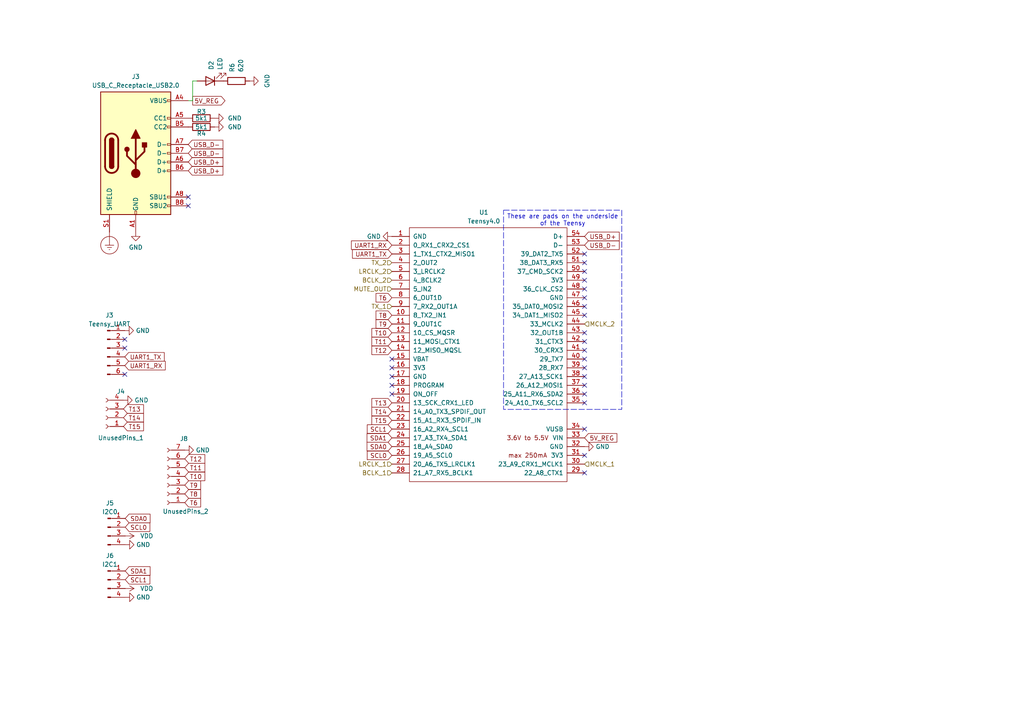
<source format=kicad_sch>
(kicad_sch (version 20230121) (generator eeschema)
  (paper "A4")
  (lib_symbols
    (symbol "Connector:Conn_01x04_Pin" (pin_names (offset 1.016) hide)
      (property "Reference" "J" (at 0 5.08 0))
      (property "Value" "Conn_01x04_Pin" (at 0 -7.62 0))
      (symbol "Conn_01x04_Pin_1_1"
        (polyline (pts (xy 1.27 -5.08) (xy 0.8636 -5.08)) (stroke (width 0.1524)))
        (polyline (pts (xy 1.27 -2.54) (xy 0.8636 -2.54)) (stroke (width 0.1524)))
        (polyline (pts (xy 1.27 0) (xy 0.8636 0)) (stroke (width 0.1524)))
        (polyline (pts (xy 1.27 2.54) (xy 0.8636 2.54)) (stroke (width 0.1524)))
        (rectangle (start 0.8636 -4.953) (end 0 -5.207) (stroke (width 0.1524)) (fill (type outline)))
        (rectangle (start 0.8636 -2.413) (end 0 -2.667) (stroke (width 0.1524)) (fill (type outline)))
        (rectangle (start 0.8636 0.127) (end 0 -0.127) (stroke (width 0.1524)) (fill (type outline)))
        (rectangle (start 0.8636 2.667) (end 0 2.413) (stroke (width 0.1524)) (fill (type outline)))
        (pin passive line (at 5.08 2.54 180) (length 3.81) (name "Pin_1") (number "1"))
        (pin passive line (at 5.08 0 180) (length 3.81) (name "Pin_2") (number "2"))
        (pin passive line (at 5.08 -2.54 180) (length 3.81) (name "Pin_3") (number "3"))
        (pin passive line (at 5.08 -5.08 180) (length 3.81) (name "Pin_4") (number "4"))
      )
    )
    (symbol "Connector:Conn_01x04_Socket" (pin_names (offset 1.016) hide)
      (property "Reference" "J" (at 0 5.08 0))
      (property "Value" "Conn_01x04_Socket" (at 0 -7.62 0))
      (symbol "Conn_01x04_Socket_1_1"
        (arc (start 0 -4.572) (mid -0.5058 -5.08) (end 0 -5.588) (stroke (width 0.1524)))
        (arc (start 0 -2.032) (mid -0.5058 -2.54) (end 0 -3.048) (stroke (width 0.1524)))
        (polyline (pts (xy -1.27 -5.08) (xy -0.508 -5.08)) (stroke (width 0.1524)))
        (polyline (pts (xy -1.27 -2.54) (xy -0.508 -2.54)) (stroke (width 0.1524)))
        (polyline (pts (xy -1.27 0) (xy -0.508 0)) (stroke (width 0.1524)))
        (polyline (pts (xy -1.27 2.54) (xy -0.508 2.54)) (stroke (width 0.1524)))
        (arc (start 0 0.508) (mid -0.5058 0) (end 0 -0.508) (stroke (width 0.1524)))
        (arc (start 0 3.048) (mid -0.5058 2.54) (end 0 2.032) (stroke (width 0.1524)))
        (pin passive line (at -5.08 2.54 0) (length 3.81) (name "Pin_1") (number "1"))
        (pin passive line (at -5.08 0 0) (length 3.81) (name "Pin_2") (number "2"))
        (pin passive line (at -5.08 -2.54 0) (length 3.81) (name "Pin_3") (number "3"))
        (pin passive line (at -5.08 -5.08 0) (length 3.81) (name "Pin_4") (number "4"))
      )
    )
    (symbol "Connector:Conn_01x06_Pin" (pin_names (offset 1.016) hide)
      (property "Reference" "J" (at 0 7.62 0))
      (property "Value" "Conn_01x06_Pin" (at 0 -10.16 0))
      (symbol "Conn_01x06_Pin_1_1"
        (polyline (pts (xy 1.27 -7.62) (xy 0.8636 -7.62)) (stroke (width 0.1524)))
        (polyline (pts (xy 1.27 -5.08) (xy 0.8636 -5.08)) (stroke (width 0.1524)))
        (polyline (pts (xy 1.27 -2.54) (xy 0.8636 -2.54)) (stroke (width 0.1524)))
        (polyline (pts (xy 1.27 0) (xy 0.8636 0)) (stroke (width 0.1524)))
        (polyline (pts (xy 1.27 2.54) (xy 0.8636 2.54)) (stroke (width 0.1524)))
        (polyline (pts (xy 1.27 5.08) (xy 0.8636 5.08)) (stroke (width 0.1524)))
        (rectangle (start 0.8636 -7.493) (end 0 -7.747) (stroke (width 0.1524)) (fill (type outline)))
        (rectangle (start 0.8636 -4.953) (end 0 -5.207) (stroke (width 0.1524)) (fill (type outline)))
        (rectangle (start 0.8636 -2.413) (end 0 -2.667) (stroke (width 0.1524)) (fill (type outline)))
        (rectangle (start 0.8636 0.127) (end 0 -0.127) (stroke (width 0.1524)) (fill (type outline)))
        (rectangle (start 0.8636 2.667) (end 0 2.413) (stroke (width 0.1524)) (fill (type outline)))
        (rectangle (start 0.8636 5.207) (end 0 4.953) (stroke (width 0.1524)) (fill (type outline)))
        (pin passive line (at 5.08 5.08 180) (length 3.81) (name "Pin_1") (number "1"))
        (pin passive line (at 5.08 2.54 180) (length 3.81) (name "Pin_2") (number "2"))
        (pin passive line (at 5.08 0 180) (length 3.81) (name "Pin_3") (number "3"))
        (pin passive line (at 5.08 -2.54 180) (length 3.81) (name "Pin_4") (number "4"))
        (pin passive line (at 5.08 -5.08 180) (length 3.81) (name "Pin_5") (number "5"))
        (pin passive line (at 5.08 -7.62 180) (length 3.81) (name "Pin_6") (number "6"))
      )
    )
    (symbol "Connector:Conn_01x07_Socket" (pin_names (offset 1.016) hide)
      (property "Reference" "J" (at 0 10.16 0))
      (property "Value" "Conn_01x07_Socket" (at 0 -10.16 0))
      (symbol "Conn_01x07_Socket_1_1"
        (arc (start 0 -7.112) (mid -0.5058 -7.62) (end 0 -8.128) (stroke (width 0.1524)))
        (arc (start 0 -4.572) (mid -0.5058 -5.08) (end 0 -5.588) (stroke (width 0.1524)))
        (arc (start 0 -2.032) (mid -0.5058 -2.54) (end 0 -3.048) (stroke (width 0.1524)))
        (polyline (pts (xy -1.27 -7.62) (xy -0.508 -7.62)) (stroke (width 0.1524)))
        (polyline (pts (xy -1.27 -5.08) (xy -0.508 -5.08)) (stroke (width 0.1524)))
        (polyline (pts (xy -1.27 -2.54) (xy -0.508 -2.54)) (stroke (width 0.1524)))
        (polyline (pts (xy -1.27 0) (xy -0.508 0)) (stroke (width 0.1524)))
        (polyline (pts (xy -1.27 2.54) (xy -0.508 2.54)) (stroke (width 0.1524)))
        (polyline (pts (xy -1.27 5.08) (xy -0.508 5.08)) (stroke (width 0.1524)))
        (polyline (pts (xy -1.27 7.62) (xy -0.508 7.62)) (stroke (width 0.1524)))
        (arc (start 0 0.508) (mid -0.5058 0) (end 0 -0.508) (stroke (width 0.1524)))
        (arc (start 0 3.048) (mid -0.5058 2.54) (end 0 2.032) (stroke (width 0.1524)))
        (arc (start 0 5.588) (mid -0.5058 5.08) (end 0 4.572) (stroke (width 0.1524)))
        (arc (start 0 8.128) (mid -0.5058 7.62) (end 0 7.112) (stroke (width 0.1524)))
        (pin passive line (at -5.08 7.62 0) (length 3.81) (name "Pin_1") (number "1"))
        (pin passive line (at -5.08 5.08 0) (length 3.81) (name "Pin_2") (number "2"))
        (pin passive line (at -5.08 2.54 0) (length 3.81) (name "Pin_3") (number "3"))
        (pin passive line (at -5.08 0 0) (length 3.81) (name "Pin_4") (number "4"))
        (pin passive line (at -5.08 -2.54 0) (length 3.81) (name "Pin_5") (number "5"))
        (pin passive line (at -5.08 -5.08 0) (length 3.81) (name "Pin_6") (number "6"))
        (pin passive line (at -5.08 -7.62 0) (length 3.81) (name "Pin_7") (number "7"))
      )
    )
    (symbol "Connector:USB_C_Receptacle_USB2.0" (pin_names (offset 1.016))
      (property "Reference" "J9" (at 0 22.225 0))
      (property "Value" "USB_C_Receptacle_USB2.0" (at 0 19.685 0))
      (symbol "USB_C_Receptacle_USB2.0_0_0"
        (rectangle (start -0.254 -17.78) (end 0.254 -16.764))
        (rectangle (start 10.16 -14.986) (end 9.144 -15.494))
        (rectangle (start 10.16 -12.446) (end 9.144 -12.954))
        (rectangle (start 10.16 -4.826) (end 9.144 -5.334))
        (rectangle (start 10.16 -2.286) (end 9.144 -2.794))
        (rectangle (start 10.16 0.254) (end 9.144 -0.254))
        (rectangle (start 10.16 2.794) (end 9.144 2.286))
        (rectangle (start 10.16 7.874) (end 9.144 7.366))
        (rectangle (start 10.16 10.414) (end 9.144 9.906))
        (rectangle (start 10.16 15.494) (end 9.144 14.986))
      )
      (symbol "USB_C_Receptacle_USB2.0_0_1"
        (rectangle (start -10.16 17.78) (end 10.16 -17.78) (stroke (width 0.254)) (fill (type background)))
        (arc (start -8.89 -3.81) (mid -6.985 -5.7067) (end -5.08 -3.81) (stroke (width 0.508)))
        (arc (start -7.62 -3.81) (mid -6.985 -4.4423) (end -6.35 -3.81) (stroke (width 0.254)))
        (arc (start -7.62 -3.81) (mid -6.985 -4.4423) (end -6.35 -3.81) (stroke (width 0.254)) (fill (type outline)))
        (rectangle (start -7.62 -3.81) (end -6.35 3.81) (stroke (width 0.254)) (fill (type outline)))
        (arc (start -6.35 3.81) (mid -6.985 4.4423) (end -7.62 3.81) (stroke (width 0.254)))
        (arc (start -6.35 3.81) (mid -6.985 4.4423) (end -7.62 3.81) (stroke (width 0.254)) (fill (type outline)))
        (arc (start -5.08 3.81) (mid -6.985 5.7067) (end -8.89 3.81) (stroke (width 0.508)))
        (circle (center -2.54 1.143) (radius 0.635) (stroke (width 0.254)) (fill (type outline)))
        (circle (center 0 -5.842) (radius 1.27) (fill (type outline)))
        (polyline (pts (xy -8.89 -3.81) (xy -8.89 3.81)) (stroke (width 0.508)))
        (polyline (pts (xy -5.08 3.81) (xy -5.08 -3.81)) (stroke (width 0.508)))
        (polyline (pts (xy 0 -5.842) (xy 0 4.318)) (stroke (width 0.508)))
        (polyline (pts (xy 0 -3.302) (xy -2.54 -0.762) (xy -2.54 0.508)) (stroke (width 0.508)))
        (polyline (pts (xy 0 -2.032) (xy 2.54 0.508) (xy 2.54 1.778)) (stroke (width 0.508)))
        (polyline (pts (xy -1.27 4.318) (xy 0 6.858) (xy 1.27 4.318) (xy -1.27 4.318)) (stroke (width 0.254)) (fill (type outline)))
        (rectangle (start 1.905 1.778) (end 3.175 3.048) (stroke (width 0.254)) (fill (type outline)))
      )
      (symbol "USB_C_Receptacle_USB2.0_1_1"
        (pin passive line (at 0 -22.86 90) (length 5.08) (name "GND") (number "A1"))
        (pin passive line (at 0 -22.86 90) (length 5.08) hide (name "GND") (number "A12"))
        (pin power_out line (at 15.24 15.24 180) (length 5.08) (name "VBUS") (number "A4"))
        (pin bidirectional line (at 15.24 10.16 180) (length 5.08) (name "CC1") (number "A5"))
        (pin bidirectional line (at 15.24 -2.54 180) (length 5.08) (name "D+") (number "A6"))
        (pin bidirectional line (at 15.24 2.54 180) (length 5.08) (name "D-") (number "A7"))
        (pin bidirectional line (at 15.24 -12.7 180) (length 5.08) (name "SBU1") (number "A8"))
        (pin passive line (at 15.24 15.24 180) (length 5.08) hide (name "VBUS") (number "A9"))
        (pin passive line (at 0 -22.86 90) (length 5.08) hide (name "GND") (number "B1"))
        (pin passive line (at 0 -22.86 90) (length 5.08) hide (name "GND") (number "B12"))
        (pin passive line (at 15.24 15.24 180) (length 5.08) hide (name "VBUS") (number "B4"))
        (pin bidirectional line (at 15.24 7.62 180) (length 5.08) (name "CC2") (number "B5"))
        (pin bidirectional line (at 15.24 -5.08 180) (length 5.08) (name "D+") (number "B6"))
        (pin bidirectional line (at 15.24 0 180) (length 5.08) (name "D-") (number "B7"))
        (pin bidirectional line (at 15.24 -15.24 180) (length 5.08) (name "SBU2") (number "B8"))
        (pin passive line (at 15.24 15.24 180) (length 5.08) hide (name "VBUS") (number "B9"))
        (pin passive line (at -7.62 -22.86 90) (length 5.08) (name "SHIELD") (number "S1"))
      )
    )
    (symbol "Device:LED" (pin_numbers hide) (pin_names (offset 1.016) hide)
      (property "Reference" "D" (at 0 2.54 0))
      (property "Value" "LED" (at 0 -2.54 0))
      (symbol "LED_0_1"
        (polyline (pts (xy -1.27 -1.27) (xy -1.27 1.27)) (stroke (width 0.254)))
        (polyline (pts (xy -1.27 0) (xy 1.27 0)))
        (polyline (pts (xy 1.27 -1.27) (xy 1.27 1.27) (xy -1.27 0) (xy 1.27 -1.27)) (stroke (width 0.254)))
        (polyline (pts (xy -3.048 -0.762) (xy -4.572 -2.286) (xy -3.81 -2.286) (xy -4.572 -2.286) (xy -4.572 -1.524)))
        (polyline (pts (xy -1.778 -0.762) (xy -3.302 -2.286) (xy -2.54 -2.286) (xy -3.302 -2.286) (xy -3.302 -1.524)))
      )
      (symbol "LED_1_1"
        (pin passive line (at -3.81 0 0) (length 2.54) (name "K") (number "1"))
        (pin passive line (at 3.81 0 180) (length 2.54) (name "A") (number "2"))
      )
    )
    (symbol "Device:R" (pin_numbers hide) (pin_names (offset 0))
      (property "Reference" "R" (at 2.032 0 90))
      (property "Value" "R" (at 0 0 90))
      (symbol "R_0_1"
        (rectangle (start -1.016 -2.54) (end 1.016 2.54) (stroke (width 0.254)))
      )
      (symbol "R_1_1"
        (pin passive line (at 0 3.81 270) (length 1.27) (name "~") (number "1"))
        (pin passive line (at 0 -3.81 90) (length 1.27) (name "~") (number "2"))
      )
    )
    (symbol "Teensy:Teensy4.0" (pin_names (offset 1.016))
      (property "Reference" "U" (at 0 39.37 0))
      (property "Value" "Teensy4.0" (at 0 -39.37 0))
      (symbol "Teensy4.0_0_0"
        (text "3.6V to 5.5V" (at 11.43 -24.13 0) (effects (font (size 1.27 1.27))))
        (text "max 250mA" (at 11.43 -29.21 0) (effects (font (size 1.27 1.27))))
        (pin bidirectional line (at -27.94 11.43 0) (length 5.08) (name "8_TX2_IN1") (number "10"))
        (pin bidirectional line (at -27.94 8.89 0) (length 5.08) (name "9_OUT1C") (number "11"))
        (pin bidirectional line (at -27.94 6.35 0) (length 5.08) (name "10_CS_MQSR") (number "12"))
        (pin bidirectional line (at -27.94 3.81 0) (length 5.08) (name "11_MOSI_CTX1") (number "13"))
        (pin bidirectional line (at -27.94 1.27 0) (length 5.08) (name "12_MISO_MQSL") (number "14"))
        (pin power_in line (at -27.94 -1.27 0) (length 5.08) (name "VBAT") (number "15"))
        (pin power_in line (at -27.94 -3.81 0) (length 5.08) (name "3V3") (number "16"))
        (pin power_in line (at -27.94 -6.35 0) (length 5.08) (name "GND") (number "17"))
        (pin input line (at -27.94 -8.89 0) (length 5.08) (name "PROGRAM") (number "18"))
        (pin input line (at -27.94 -11.43 0) (length 5.08) (name "ON_OFF") (number "19"))
        (pin bidirectional line (at -27.94 -13.97 0) (length 5.08) (name "13_SCK_CRX1_LED") (number "20"))
        (pin bidirectional line (at -27.94 -16.51 0) (length 5.08) (name "14_A0_TX3_SPDIF_OUT") (number "21"))
        (pin bidirectional line (at -27.94 -19.05 0) (length 5.08) (name "15_A1_RX3_SPDIF_IN") (number "22"))
        (pin bidirectional line (at -27.94 -21.59 0) (length 5.08) (name "16_A2_RX4_SCL1") (number "23"))
        (pin bidirectional line (at -27.94 -24.13 0) (length 5.08) (name "17_A3_TX4_SDA1") (number "24"))
        (pin bidirectional line (at -27.94 -26.67 0) (length 5.08) (name "18_A4_SDA0") (number "25"))
        (pin bidirectional line (at -27.94 -29.21 0) (length 5.08) (name "19_A5_SCL0") (number "26"))
        (pin bidirectional line (at -27.94 -31.75 0) (length 5.08) (name "20_A6_TX5_LRCLK1") (number "27"))
        (pin bidirectional line (at -27.94 -34.29 0) (length 5.08) (name "21_A7_RX5_BCLK1") (number "28"))
        (pin bidirectional line (at 27.94 -34.29 180) (length 5.08) (name "22_A8_CTX1") (number "29"))
        (pin bidirectional line (at 27.94 -31.75 180) (length 5.08) (name "23_A9_CRX1_MCLK1") (number "30"))
        (pin power_out line (at 27.94 -29.21 180) (length 5.08) (name "3V3") (number "31"))
        (pin power_in line (at 27.94 -26.67 180) (length 5.08) (name "GND") (number "32"))
        (pin power_in line (at 27.94 -24.13 180) (length 5.08) (name "VIN") (number "33"))
        (pin power_out line (at 27.94 -21.59 180) (length 5.08) (name "VUSB") (number "34"))
        (pin bidirectional line (at 27.94 -13.97 180) (length 5.08) (name "24_A10_TX6_SCL2") (number "35"))
        (pin bidirectional line (at 27.94 -11.43 180) (length 5.08) (name "25_A11_RX6_SDA2") (number "36"))
        (pin bidirectional line (at 27.94 -8.89 180) (length 5.08) (name "26_A12_MOSI1") (number "37"))
        (pin bidirectional line (at 27.94 -6.35 180) (length 5.08) (name "27_A13_SCK1") (number "38"))
        (pin bidirectional line (at 27.94 -3.81 180) (length 5.08) (name "28_RX7") (number "39"))
        (pin bidirectional line (at 27.94 -1.27 180) (length 5.08) (name "29_TX7") (number "40"))
        (pin bidirectional line (at 27.94 1.27 180) (length 5.08) (name "30_CRX3") (number "41"))
        (pin bidirectional line (at 27.94 3.81 180) (length 5.08) (name "31_CTX3") (number "42"))
        (pin bidirectional line (at 27.94 6.35 180) (length 5.08) (name "32_OUT1B") (number "43"))
        (pin bidirectional line (at 27.94 8.89 180) (length 5.08) (name "33_MCLK2") (number "44"))
        (pin bidirectional line (at 27.94 11.43 180) (length 5.08) (name "34_DAT1_MISO2") (number "45"))
        (pin bidirectional line (at 27.94 13.97 180) (length 5.08) (name "35_DAT0_MOSI2") (number "46"))
        (pin power_out line (at 27.94 16.51 180) (length 5.08) (name "GND") (number "47"))
        (pin bidirectional line (at 27.94 19.05 180) (length 5.08) (name "36_CLK_CS2") (number "48"))
        (pin power_out line (at 27.94 21.59 180) (length 5.08) (name "3V3") (number "49"))
        (pin bidirectional line (at -27.94 24.13 0) (length 5.08) (name "3_LRCLK2") (number "5"))
        (pin bidirectional line (at 27.94 24.13 180) (length 5.08) (name "37_CMD_SCK2") (number "50"))
        (pin bidirectional line (at 27.94 26.67 180) (length 5.08) (name "38_DAT3_RX5") (number "51"))
        (pin bidirectional line (at 27.94 29.21 180) (length 5.08) (name "39_DAT2_TX5") (number "52"))
        (pin bidirectional line (at 27.94 31.75 180) (length 5.08) (name "D-") (number "53"))
        (pin bidirectional line (at 27.94 34.29 180) (length 5.08) (name "D+") (number "54"))
        (pin bidirectional line (at -27.94 21.59 0) (length 5.08) (name "4_BCLK2") (number "6"))
        (pin bidirectional line (at -27.94 19.05 0) (length 5.08) (name "5_IN2") (number "7"))
        (pin bidirectional line (at -27.94 16.51 0) (length 5.08) (name "6_OUT1D") (number "8"))
        (pin bidirectional line (at -27.94 13.97 0) (length 5.08) (name "7_RX2_OUT1A") (number "9"))
      )
      (symbol "Teensy4.0_0_1"
        (rectangle (start -22.86 36.83) (end 22.86 -36.83))
        (rectangle (start -20.32 -31.75) (end -20.32 -31.75))
      )
      (symbol "Teensy4.0_1_1"
        (pin power_in line (at -27.94 34.29 0) (length 5.08) (name "GND") (number "1"))
        (pin bidirectional line (at -27.94 31.75 0) (length 5.08) (name "0_RX1_CRX2_CS1") (number "2"))
        (pin bidirectional line (at -27.94 29.21 0) (length 5.08) (name "1_TX1_CTX2_MISO1") (number "3"))
        (pin bidirectional line (at -27.94 26.67 0) (length 5.08) (name "2_OUT2") (number "4"))
      )
    )
    (symbol "power:Earth_Protective" (power) (pin_names (offset 0))
      (symbol "Earth_Protective_0_1"
        (circle (center 0 -3.81) (radius 2.54))
        (polyline (pts (xy -0.635 -4.445) (xy 0.635 -4.445)))
        (polyline (pts (xy -0.127 -5.08) (xy 0.127 -5.08)))
        (polyline (pts (xy 0 -3.81) (xy 0 0)))
        (polyline (pts (xy 1.27 -3.81) (xy -1.27 -3.81)))
      )
      (symbol "Earth_Protective_1_1"
        (pin power_in line (at 0 0 270) (length 0) hide (name "Earth_Protective") (number "1"))
      )
    )
    (symbol "power:GND" (power) (pin_names (offset 0))
      (property "Value" "GND" (at 0 -3.81 0))
      (symbol "GND_0_1"
        (polyline (pts (xy 0 0) (xy 0 -1.27) (xy 1.27 -1.27) (xy 0 -2.54) (xy -1.27 -1.27) (xy 0 -1.27)))
      )
      (symbol "GND_1_1"
        (pin power_in line (at 0 0 270) (length 0) hide (name "GND") (number "1"))
      )
    )
    (symbol "power:VDD" (power) (pin_names (offset 0))
      (property "Value" "VDD" (at 0 3.81 0))
      (symbol "VDD_0_1"
        (polyline (pts (xy -0.762 1.27) (xy 0 2.54)))
        (polyline (pts (xy 0 0) (xy 0 2.54)))
        (polyline (pts (xy 0 2.54) (xy 0.762 1.27)))
      )
      (symbol "VDD_1_1"
        (pin power_in line (at 0 0 90) (length 0) hide (name "VDD") (number "1"))
      )
    )
  )
  (no_connect (at 169.545 109.22))
  (no_connect (at 113.665 106.68))
  (no_connect (at 169.545 114.3))
  (no_connect (at 113.665 114.3))
  (no_connect (at 169.545 106.68))
  (no_connect (at 36.195 108.585))
  (no_connect (at 169.545 99.06))
  (no_connect (at 54.61 59.69))
  (no_connect (at 169.545 104.14))
  (no_connect (at 169.545 73.66))
  (no_connect (at 113.665 111.76))
  (no_connect (at 169.545 111.76))
  (no_connect (at 169.545 83.82))
  (no_connect (at 169.545 124.46))
  (no_connect (at 113.665 109.22))
  (no_connect (at 169.545 91.44))
  (no_connect (at 54.61 57.15))
  (no_connect (at 169.545 101.6))
  (no_connect (at 36.195 100.965))
  (no_connect (at 169.545 88.9))
  (no_connect (at 169.545 81.28))
  (no_connect (at 169.545 78.74))
  (no_connect (at 169.545 132.08))
  (no_connect (at 169.545 137.16))
  (no_connect (at 169.545 76.2))
  (no_connect (at 113.665 104.14))
  (no_connect (at 36.195 98.425))
  (no_connect (at 169.545 86.36))
  (no_connect (at 169.545 116.84))
  (no_connect (at 169.545 96.52))
  (wire (pts (xy 54.61 29.21) (xy 55.88 29.21)))
  (wire (pts (xy 55.88 23.495) (xy 55.88 29.21)))
  (wire (pts (xy 57.15 23.495) (xy 55.88 23.495)))
  (text_box "These are pads on the underside of the Teensy\n" (at 146.05 60.96 0) (size 34.29 57.785) (stroke (width 0) (type dash)) (effects (font (size 1.27 1.27)) (justify top)))
  (global_label "T13" (shape input) (at 35.814 118.618 0) (property "Intersheetrefs" "${INTERSHEET_REFS}" (effects hide)))
  (global_label "SCL0" (shape input) (at 36.322 152.908 0) (property "Intersheetrefs" "${INTERSHEET_REFS}" (effects hide)))
  (global_label "UART1_TX" (shape input) (at 113.665 73.66 180) (property "Intersheetrefs" "${INTERSHEET_REFS}" (effects hide)))
  (global_label "USB_D+" (shape input) (at 169.545 68.58 0) (property "Intersheetrefs" "${INTERSHEET_REFS}" (effects hide)))
  (global_label "T6" (shape input) (at 113.665 86.36 180) (property "Intersheetrefs" "${INTERSHEET_REFS}" (effects hide)))
  (global_label "5V_REG" (shape output) (at 55.88 29.21 0) (property "Intersheetrefs" "${INTERSHEET_REFS}" (effects hide)))
  (global_label "T6" (shape input) (at 53.594 145.796 0) (property "Intersheetrefs" "${INTERSHEET_REFS}" (effects hide)))
  (global_label "5V_REG" (shape input) (at 169.545 127 0) (property "Intersheetrefs" "${INTERSHEET_REFS}" (effects hide)))
  (global_label "SDA0" (shape input) (at 113.665 129.54 180) (property "Intersheetrefs" "${INTERSHEET_REFS}" (effects hide)))
  (global_label "USB_D-" (shape input) (at 54.61 44.45 0) (property "Intersheetrefs" "${INTERSHEET_REFS}" (effects hide)))
  (global_label "UART1_RX" (shape input) (at 113.665 71.12 180) (property "Intersheetrefs" "${INTERSHEET_REFS}" (effects hide)))
  (global_label "USB_D-" (shape input) (at 54.61 41.91 0) (property "Intersheetrefs" "${INTERSHEET_REFS}" (effects hide)))
  (global_label "T15" (shape input) (at 113.665 121.92 180) (property "Intersheetrefs" "${INTERSHEET_REFS}" (effects hide)))
  (global_label "USB_D-" (shape input) (at 169.545 71.12 0) (property "Intersheetrefs" "${INTERSHEET_REFS}" (effects hide)))
  (global_label "T14" (shape input) (at 113.665 119.38 180) (property "Intersheetrefs" "${INTERSHEET_REFS}" (effects hide)))
  (global_label "SCL0" (shape input) (at 113.665 132.08 180) (property "Intersheetrefs" "${INTERSHEET_REFS}" (effects hide)))
  (global_label "SDA1" (shape input) (at 36.322 165.608 0) (property "Intersheetrefs" "${INTERSHEET_REFS}" (effects hide)))
  (global_label "T8" (shape input) (at 53.594 143.256 0) (property "Intersheetrefs" "${INTERSHEET_REFS}" (effects hide)))
  (global_label "T12" (shape input) (at 113.665 101.6 180) (property "Intersheetrefs" "${INTERSHEET_REFS}" (effects hide)))
  (global_label "SDA0" (shape input) (at 36.322 150.368 0) (property "Intersheetrefs" "${INTERSHEET_REFS}" (effects hide)))
  (global_label "UART1_TX" (shape input) (at 36.195 103.505 0) (property "Intersheetrefs" "${INTERSHEET_REFS}" (effects hide)))
  (global_label "UART1_RX" (shape input) (at 36.195 106.045 0) (property "Intersheetrefs" "${INTERSHEET_REFS}" (effects hide)))
  (global_label "T8" (shape input) (at 113.665 91.44 180) (property "Intersheetrefs" "${INTERSHEET_REFS}" (effects hide)))
  (global_label "USB_D+" (shape input) (at 54.61 49.53 0) (property "Intersheetrefs" "${INTERSHEET_REFS}" (effects hide)))
  (global_label "SDA1" (shape input) (at 113.665 127 180) (property "Intersheetrefs" "${INTERSHEET_REFS}" (effects hide)))
  (global_label "T9" (shape input) (at 53.594 140.716 0) (property "Intersheetrefs" "${INTERSHEET_REFS}" (effects hide)))
  (global_label "T15" (shape input) (at 35.814 123.698 0) (property "Intersheetrefs" "${INTERSHEET_REFS}" (effects hide)))
  (global_label "SCL1" (shape input) (at 113.665 124.46 180) (property "Intersheetrefs" "${INTERSHEET_REFS}" (effects hide)))
  (global_label "USB_D+" (shape input) (at 54.61 46.99 0) (property "Intersheetrefs" "${INTERSHEET_REFS}" (effects hide)))
  (global_label "T11" (shape input) (at 53.594 135.636 0) (property "Intersheetrefs" "${INTERSHEET_REFS}" (effects hide)))
  (global_label "T13" (shape input) (at 113.665 116.84 180) (property "Intersheetrefs" "${INTERSHEET_REFS}" (effects hide)))
  (global_label "T10" (shape input) (at 113.665 96.52 180) (property "Intersheetrefs" "${INTERSHEET_REFS}" (effects hide)))
  (global_label "T9" (shape input) (at 113.665 93.98 180) (property "Intersheetrefs" "${INTERSHEET_REFS}" (effects hide)))
  (global_label "T10" (shape input) (at 53.594 138.176 0) (property "Intersheetrefs" "${INTERSHEET_REFS}" (effects hide)))
  (global_label "T12" (shape input) (at 53.594 133.096 0) (property "Intersheetrefs" "${INTERSHEET_REFS}" (effects hide)))
  (global_label "SCL1" (shape input) (at 36.322 168.148 0) (property "Intersheetrefs" "${INTERSHEET_REFS}" (effects hide)))
  (global_label "T14" (shape input) (at 35.814 121.158 0) (property "Intersheetrefs" "${INTERSHEET_REFS}" (effects hide)))
  (global_label "T11" (shape input) (at 113.665 99.06 180) (property "Intersheetrefs" "${INTERSHEET_REFS}" (effects hide)))
  (hierarchical_label "MCLK_2" (shape input) (at 169.545 93.98 0))
  (hierarchical_label "MCLK_1" (shape input) (at 169.545 134.62 0))
  (hierarchical_label "BCLK_2" (shape input) (at 113.665 81.28 180))
  (hierarchical_label "MUTE_OUT" (shape input) (at 113.665 83.82 180))
  (hierarchical_label "LRCLK_1" (shape input) (at 113.665 134.62 180))
  (hierarchical_label "TX_2" (shape input) (at 113.665 76.2 180))
  (hierarchical_label "TX_1" (shape input) (at 113.665 88.9 180))
  (hierarchical_label "BCLK_1" (shape input) (at 113.665 137.16 180))
  (hierarchical_label "LRCLK_2" (shape input) (at 113.665 78.74 180))
  (symbol (lib_id "power:VDD") (at 36.322 155.448 270) (unit 1)
    (property "Reference" "#PWR047" (effects hide))
    (property "Value" "VDD" (at 40.64 155.448 90) (effects (justify left)))
  )
  (symbol (lib_id "power:VDD") (at 36.322 170.688 270) (unit 1)
    (property "Reference" "#PWR046" (effects hide))
    (property "Value" "VDD" (at 40.64 170.688 90) (effects (justify left)))
  )
  (symbol (lib_id "power:GND") (at 36.195 95.885 90) (unit 1)
    (property "Reference" "#PWR014" (effects hide))
    (property "Value" "GND" (at 39.37 95.885 90) (effects (justify right)))
    (instances (project "DSPDAC" (path "" (reference "#PWR014") (unit 1)) (path "" (reference "#PWR036") (unit 1))))
  )
  (symbol (lib_id "Device:R") (at 58.42 36.83 90) (unit 1)
    (property "Reference" "R4" (at 58.42 38.735 90))
    (property "Value" "5k1" (at 58.42 36.83 90))
    (property "Footprint" "Resistor_SMD:R_0805_2012Metric_Pad1.20x1.40mm_HandSolder" (effects hide))
    (instances (project "DSPDAC" (path "" (reference "R4") (unit 1)) (path "" (reference "R7") (unit 1))))
  )
  (symbol (lib_id "Connector:Conn_01x04_Pin") (at 31.242 168.148 0) (unit 1)
    (property "Reference" "J6" (at 31.877 161.163 0))
    (property "Value" "I2C1" (at 31.877 163.703 0))
    (property "Footprint" "Connector_PinSocket_2.54mm:PinSocket_1x04_P2.54mm_Vertical" (effects hide))
  )
  (symbol (lib_id "power:GND") (at 169.545 129.54 90) (unit 1)
    (property "Reference" "#PWR044" (effects hide))
    (property "Value" "GND" (at 172.72 129.54 90) (effects (justify right)))
  )
  (symbol (lib_id "power:GND") (at 35.814 116.078 90) (unit 1)
    (property "Reference" "#PWR049" (effects hide))
    (property "Value" "GND" (at 38.989 116.078 90) (effects (justify right)))
  )
  (symbol (lib_id "Device:R") (at 68.58 23.495 90) (unit 1)
    (property "Reference" "R6" (at 67.31 20.955 0) (effects (justify left)))
    (property "Value" "620" (at 69.85 20.955 0) (effects (justify left)))
    (property "Footprint" "Resistor_SMD:R_0805_2012Metric_Pad1.20x1.40mm_HandSolder" (effects hide))
    (instances (project "DSPDAC" (path "" (reference "R6") (unit 1)) (path "" (reference "R8") (unit 1))))
  )
  (symbol (lib_id "power:GND") (at 62.23 34.29 90) (unit 1)
    (property "Reference" "#PWR016" (effects hide))
    (property "Value" "GND" (at 66.04 34.29 90) (effects (justify right)))
    (instances (project "DSPDAC" (path "" (reference "#PWR016") (unit 1)) (path "" (reference "#PWR040") (unit 1))))
  )
  (symbol (lib_id "power:GND") (at 39.37 67.31 0) (unit 1)
    (property "Reference" "#PWR014" (effects hide))
    (property "Value" "GND" (at 39.37 71.755 0))
    (instances (project "DSPDAC" (path "" (reference "#PWR014") (unit 1)) (path "" (reference "#PWR039") (unit 1))))
  )
  (symbol (lib_id "Device:R") (at 58.42 34.29 90) (unit 1)
    (property "Reference" "R3" (at 58.42 32.385 90))
    (property "Value" "5k1" (at 58.42 34.29 90))
    (property "Footprint" "Resistor_SMD:R_0805_2012Metric_Pad1.20x1.40mm_HandSolder" (effects hide))
    (instances (project "DSPDAC" (path "" (reference "R3") (unit 1)) (path "" (reference "R6") (unit 1))))
  )
  (symbol (lib_id "Connector:Conn_01x04_Pin") (at 31.242 152.908 0) (unit 1)
    (property "Reference" "J5" (at 31.877 145.923 0))
    (property "Value" "I2C0" (at 31.877 148.463 0))
    (property "Footprint" "Connector_PinSocket_2.54mm:PinSocket_1x04_P2.54mm_Vertical" (effects hide))
  )
  (symbol (lib_id "power:GND") (at 113.665 68.58 270) (unit 1)
    (property "Reference" "#PWR043" (effects hide))
    (property "Value" "GND" (at 110.49 68.58 90) (effects (justify right)))
  )
  (symbol (lib_id "power:GND") (at 53.594 130.556 90) (unit 1)
    (property "Reference" "#PWR048" (effects hide))
    (property "Value" "GND" (at 56.769 130.556 90) (effects (justify right)))
  )
  (symbol (lib_id "Connector:USB_C_Receptacle_USB2.0") (at 39.37 44.45 0) (unit 1)
    (property "Reference" "J3" (at 39.37 22.225 0))
    (property "Value" "USB_C_Receptacle_USB2.0" (at 39.37 24.765 0))
    (property "Footprint" "Connector_USB:USB_C_Receptacle_HRO_TYPE-C-31-M-12" (effects hide))
    (property "Datasheet" "https://www.usb.org/sites/default/files/documents/usb_type-c.zip" (effects hide))
    (instances (project "DSPDAC" (path "" (reference "J3") (unit 1)) (path "" (reference "J7") (unit 1))))
  )
  (symbol (lib_id "Connector:Conn_01x06_Pin") (at 31.115 100.965 0) (unit 1)
    (property "Reference" "J3" (at 31.75 91.44 0))
    (property "Value" "Teensy_UART" (at 31.75 93.98 0))
    (property "Footprint" "Connector_PinHeader_2.54mm:PinHeader_1x06_P2.54mm_Vertical" (effects hide))
  )
  (symbol (lib_id "power:GND") (at 36.322 173.228 90) (unit 1)
    (property "Reference" "#PWR038" (effects hide))
    (property "Value" "GND" (at 39.497 173.228 90) (effects (justify right)))
  )
  (symbol (lib_id "Device:LED") (at 60.96 23.495 180) (unit 1)
    (property "Reference" "D2" (at 61.2775 20.32 90) (effects (justify right)))
    (property "Value" "LED" (at 63.8175 20.32 90) (effects (justify right)))
    (property "Footprint" "LED_SMD:LED_0805_2012Metric_Pad1.15x1.40mm_HandSolder" (effects hide))
  )
  (symbol (lib_id "Teensy:Teensy4.0") (at 141.605 102.87 0) (unit 1)
    (property "Reference" "U1" (at 140.335 61.595 0))
    (property "Value" "Teensy4.0" (at 140.335 64.135 0))
    (property "Footprint" "Teensy:Teensy40_SMT" (effects hide))
    (instances (project "DSPDAC" (path "" (reference "U1") (unit 1)) (path "" (reference "U4") (unit 1))))
  )
  (symbol (lib_id "power:Earth_Protective") (at 31.75 67.31 0) (unit 1)
    (property "Reference" "#PWR035" (effects hide))
    (property "Value" "Earth_Protective" (effects hide))
  )
  (symbol (lib_id "power:GND") (at 72.39 23.495 90) (unit 1)
    (property "Reference" "#PWR024" (effects hide))
    (property "Value" "GND" (at 77.47 23.495 0))
    (instances (project "DSPDAC" (path "" (reference "#PWR024") (unit 1)) (path "" (reference "#PWR042") (unit 1))))
  )
  (symbol (lib_id "Connector:Conn_01x07_Socket") (at 48.514 138.176 180) (unit 1)
    (property "Reference" "J8" (at 53.34 127.254 0))
    (property "Value" "UnusedPins_2" (at 53.848 148.336 0))
    (property "Footprint" "Connector_PinSocket_2.54mm:PinSocket_1x07_P2.54mm_Vertical" (effects hide))
  )
  (symbol (lib_id "Connector:Conn_01x04_Socket") (at 30.734 121.158 180) (unit 1)
    (property "Reference" "J4" (at 35.052 113.538 0))
    (property "Value" "UnusedPins_1" (at 35.052 127 0))
    (property "Footprint" "Connector_PinSocket_2.54mm:PinSocket_1x04_P2.54mm_Vertical" (effects hide))
  )
  (symbol (lib_id "power:GND") (at 36.322 157.988 90) (unit 1)
    (property "Reference" "#PWR037" (effects hide))
    (property "Value" "GND" (at 39.497 157.988 90) (effects (justify right)))
  )
  (symbol (lib_id "power:GND") (at 62.23 36.83 90) (unit 1)
    (property "Reference" "#PWR017" (effects hide))
    (property "Value" "GND" (at 66.04 36.83 90) (effects (justify right)))
    (instances (project "DSPDAC" (path "" (reference "#PWR017") (unit 1)) (path "" (reference "#PWR041") (unit 1))))
  )
)
</source>
